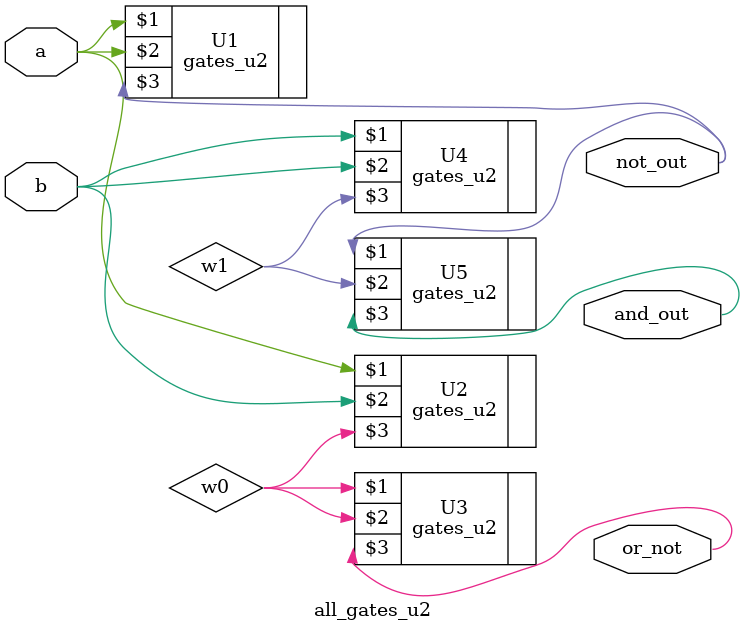
<source format=sv>
module all_gates_u2(input a,b,output not_out,and_out,or_not);
wire w0,w1;
//NOT
gates_u2 U1(a,a,not_out);
//OR
gates_u2 U2(a,b,w0);
gates_u2 U3(w0,w0,or_not);
//AND
gates_u2 U4(b,b,w1);
gates_u2 U5(not_out,w1,and_out);
 
endmodule

</source>
